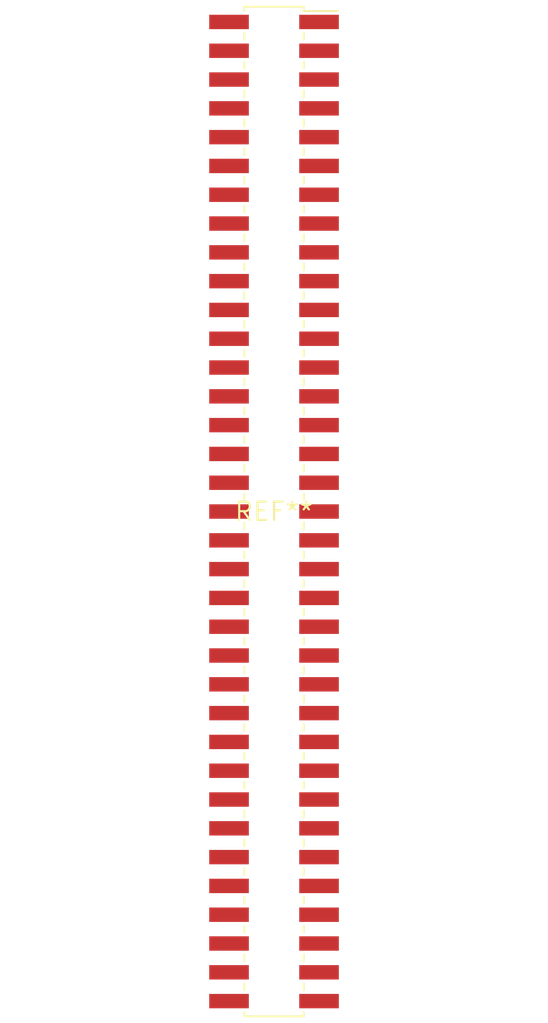
<source format=kicad_pcb>
(kicad_pcb (version 20240108) (generator pcbnew)
  (layers (0 "F.Cu" signal) (31 "B.Cu" signal) (34 "B.Paste" user) (35 "F.Paste" user) (36 "B.SilkS" user "B.Silkscreen") (37 "F.SilkS" user "F.Silkscreen") (38 "B.Mask" user) (39 "F.Mask" user) (44 "Edge.Cuts" user))
  (net 0 "")
  (footprint "PinSocket_2x35_P2.00mm_Vertical_SMD" (layer "F.Cu") (at 0 0)
    (property "Reference" "REF**")
    (property "Value" "PinSocket_2x35_P2.00mm_Vertical_SMD")
    (fp_line (start -2.06 -35.06) (end -2.06 -34.76) (layer "F.SilkS") (stroke (width 0.12)))
    (fp_line (start -2.06 -35.06) (end 2.06 -35.06) (layer "F.SilkS") (stroke (width 0.12)))
    (fp_line (start -2.06 -33.24) (end -2.06 -32.76) (layer "F.SilkS") (stroke (width 0.12)))
    (fp_line (start -2.06 -31.24) (end -2.06 -30.76) (layer "F.SilkS") (stroke (width 0.12)))
    (fp_line (start -2.06 -29.24) (end -2.06 -28.76) (layer "F.SilkS") (stroke (width 0.12)))
    (fp_line (start -2.06 -27.24) (end -2.06 -26.76) (layer "F.SilkS") (stroke (width 0.12)))
    (fp_line (start -2.06 -25.24) (end -2.06 -24.76) (layer "F.SilkS") (stroke (width 0.12)))
    (fp_line (start -2.06 -23.24) (end -2.06 -22.76) (layer "F.SilkS") (stroke (width 0.12)))
    (fp_line (start -2.06 -21.24) (end -2.06 -20.76) (layer "F.SilkS") (stroke (width 0.12)))
    (fp_line (start -2.06 -19.24) (end -2.06 -18.76) (layer "F.SilkS") (stroke (width 0.12)))
    (fp_line (start -2.06 -17.24) (end -2.06 -16.76) (layer "F.SilkS") (stroke (width 0.12)))
    (fp_line (start -2.06 -15.24) (end -2.06 -14.76) (layer "F.SilkS") (stroke (width 0.12)))
    (fp_line (start -2.06 -13.24) (end -2.06 -12.76) (layer "F.SilkS") (stroke (width 0.12)))
    (fp_line (start -2.06 -11.24) (end -2.06 -10.76) (layer "F.SilkS") (stroke (width 0.12)))
    (fp_line (start -2.06 -9.24) (end -2.06 -8.76) (layer "F.SilkS") (stroke (width 0.12)))
    (fp_line (start -2.06 -7.24) (end -2.06 -6.76) (layer "F.SilkS") (stroke (width 0.12)))
    (fp_line (start -2.06 -5.24) (end -2.06 -4.76) (layer "F.SilkS") (stroke (width 0.12)))
    (fp_line (start -2.06 -3.24) (end -2.06 -2.76) (layer "F.SilkS") (stroke (width 0.12)))
    (fp_line (start -2.06 -1.24) (end -2.06 -0.76) (layer "F.SilkS") (stroke (width 0.12)))
    (fp_line (start -2.06 0.76) (end -2.06 1.24) (layer "F.SilkS") (stroke (width 0.12)))
    (fp_line (start -2.06 2.76) (end -2.06 3.24) (layer "F.SilkS") (stroke (width 0.12)))
    (fp_line (start -2.06 4.76) (end -2.06 5.24) (layer "F.SilkS") (stroke (width 0.12)))
    (fp_line (start -2.06 6.76) (end -2.06 7.24) (layer "F.SilkS") (stroke (width 0.12)))
    (fp_line (start -2.06 8.76) (end -2.06 9.24) (layer "F.SilkS") (stroke (width 0.12)))
    (fp_line (start -2.06 10.76) (end -2.06 11.24) (layer "F.SilkS") (stroke (width 0.12)))
    (fp_line (start -2.06 12.76) (end -2.06 13.24) (layer "F.SilkS") (stroke (width 0.12)))
    (fp_line (start -2.06 14.76) (end -2.06 15.24) (layer "F.SilkS") (stroke (width 0.12)))
    (fp_line (start -2.06 16.76) (end -2.06 17.24) (layer "F.SilkS") (stroke (width 0.12)))
    (fp_line (start -2.06 18.76) (end -2.06 19.24) (layer "F.SilkS") (stroke (width 0.12)))
    (fp_line (start -2.06 20.76) (end -2.06 21.24) (layer "F.SilkS") (stroke (width 0.12)))
    (fp_line (start -2.06 22.76) (end -2.06 23.24) (layer "F.SilkS") (stroke (width 0.12)))
    (fp_line (start -2.06 24.76) (end -2.06 25.24) (layer "F.SilkS") (stroke (width 0.12)))
    (fp_line (start -2.06 26.76) (end -2.06 27.24) (layer "F.SilkS") (stroke (width 0.12)))
    (fp_line (start -2.06 28.76) (end -2.06 29.24) (layer "F.SilkS") (stroke (width 0.12)))
    (fp_line (start -2.06 30.76) (end -2.06 31.24) (layer "F.SilkS") (stroke (width 0.12)))
    (fp_line (start -2.06 32.76) (end -2.06 33.24) (layer "F.SilkS") (stroke (width 0.12)))
    (fp_line (start -2.06 34.76) (end -2.06 35.06) (layer "F.SilkS") (stroke (width 0.12)))
    (fp_line (start -2.06 35.06) (end 2.06 35.06) (layer "F.SilkS") (stroke (width 0.12)))
    (fp_line (start 2.06 -35.06) (end 2.06 -34.76) (layer "F.SilkS") (stroke (width 0.12)))
    (fp_line (start 2.06 -34.76) (end 4.44 -34.76) (layer "F.SilkS") (stroke (width 0.12)))
    (fp_line (start 2.06 -33.24) (end 2.06 -32.76) (layer "F.SilkS") (stroke (width 0.12)))
    (fp_line (start 2.06 -31.24) (end 2.06 -30.76) (layer "F.SilkS") (stroke (width 0.12)))
    (fp_line (start 2.06 -29.24) (end 2.06 -28.76) (layer "F.SilkS") (stroke (width 0.12)))
    (fp_line (start 2.06 -27.24) (end 2.06 -26.76) (layer "F.SilkS") (stroke (width 0.12)))
    (fp_line (start 2.06 -25.24) (end 2.06 -24.76) (layer "F.SilkS") (stroke (width 0.12)))
    (fp_line (start 2.06 -23.24) (end 2.06 -22.76) (layer "F.SilkS") (stroke (width 0.12)))
    (fp_line (start 2.06 -21.24) (end 2.06 -20.76) (layer "F.SilkS") (stroke (width 0.12)))
    (fp_line (start 2.06 -19.24) (end 2.06 -18.76) (layer "F.SilkS") (stroke (width 0.12)))
    (fp_line (start 2.06 -17.24) (end 2.06 -16.76) (layer "F.SilkS") (stroke (width 0.12)))
    (fp_line (start 2.06 -15.24) (end 2.06 -14.76) (layer "F.SilkS") (stroke (width 0.12)))
    (fp_line (start 2.06 -13.24) (end 2.06 -12.76) (layer "F.SilkS") (stroke (width 0.12)))
    (fp_line (start 2.06 -11.24) (end 2.06 -10.76) (layer "F.SilkS") (stroke (width 0.12)))
    (fp_line (start 2.06 -9.24) (end 2.06 -8.76) (layer "F.SilkS") (stroke (width 0.12)))
    (fp_line (start 2.06 -7.24) (end 2.06 -6.76) (layer "F.SilkS") (stroke (width 0.12)))
    (fp_line (start 2.06 -5.24) (end 2.06 -4.76) (layer "F.SilkS") (stroke (width 0.12)))
    (fp_line (start 2.06 -3.24) (end 2.06 -2.76) (layer "F.SilkS") (stroke (width 0.12)))
    (fp_line (start 2.06 -1.24) (end 2.06 -0.76) (layer "F.SilkS") (stroke (width 0.12)))
    (fp_line (start 2.06 0.76) (end 2.06 1.24) (layer "F.SilkS") (stroke (width 0.12)))
    (fp_line (start 2.06 2.76) (end 2.06 3.24) (layer "F.SilkS") (stroke (width 0.12)))
    (fp_line (start 2.06 4.76) (end 2.06 5.24) (layer "F.SilkS") (stroke (width 0.12)))
    (fp_line (start 2.06 6.76) (end 2.06 7.24) (layer "F.SilkS") (stroke (width 0.12)))
    (fp_line (start 2.06 8.76) (end 2.06 9.24) (layer "F.SilkS") (stroke (width 0.12)))
    (fp_line (start 2.06 10.76) (end 2.06 11.24) (layer "F.SilkS") (stroke (width 0.12)))
    (fp_line (start 2.06 12.76) (end 2.06 13.24) (layer "F.SilkS") (stroke (width 0.12)))
    (fp_line (start 2.06 14.76) (end 2.06 15.24) (layer "F.SilkS") (stroke (width 0.12)))
    (fp_line (start 2.06 16.76) (end 2.06 17.24) (layer "F.SilkS") (stroke (width 0.12)))
    (fp_line (start 2.06 18.76) (end 2.06 19.24) (layer "F.SilkS") (stroke (width 0.12)))
    (fp_line (start 2.06 20.76) (end 2.06 21.24) (layer "F.SilkS") (stroke (width 0.12)))
    (fp_line (start 2.06 22.76) (end 2.06 23.24) (layer "F.SilkS") (stroke (width 0.12)))
    (fp_line (start 2.06 24.76) (end 2.06 25.24) (layer "F.SilkS") (stroke (width 0.12)))
    (fp_line (start 2.06 26.76) (end 2.06 27.24) (layer "F.SilkS") (stroke (width 0.12)))
    (fp_line (start 2.06 28.76) (end 2.06 29.24) (layer "F.SilkS") (stroke (width 0.12)))
    (fp_line (start 2.06 30.76) (end 2.06 31.24) (layer "F.SilkS") (stroke (width 0.12)))
    (fp_line (start 2.06 32.76) (end 2.06 33.24) (layer "F.SilkS") (stroke (width 0.12)))
    (fp_line (start 2.06 34.76) (end 2.06 35.06) (layer "F.SilkS") (stroke (width 0.12)))
    (pad "1" smd rect (at 3.125 -34) (size 2.75 1) (layers "F.Cu" "F.Paste" "F.Mask"))
    (pad "2" smd rect (at -3.125 -34) (size 2.75 1) (layers "F.Cu" "F.Paste" "F.Mask"))
    (pad "3" smd rect (at 3.125 -32) (size 2.75 1) (layers "F.Cu" "F.Paste" "F.Mask"))
    (pad "4" smd rect (at -3.125 -32) (size 2.75 1) (layers "F.Cu" "F.Paste" "F.Mask"))
    (pad "5" smd rect (at 3.125 -30) (size 2.75 1) (layers "F.Cu" "F.Paste" "F.Mask"))
    (pad "6" smd rect (at -3.125 -30) (size 2.75 1) (layers "F.Cu" "F.Paste" "F.Mask"))
    (pad "7" smd rect (at 3.125 -28) (size 2.75 1) (layers "F.Cu" "F.Paste" "F.Mask"))
    (pad "8" smd rect (at -3.125 -28) (size 2.75 1) (layers "F.Cu" "F.Paste" "F.Mask"))
    (pad "9" smd rect (at 3.125 -26) (size 2.75 1) (layers "F.Cu" "F.Paste" "F.Mask"))
    (pad "10" smd rect (at -3.125 -26) (size 2.75 1) (layers "F.Cu" "F.Paste" "F.Mask"))
    (pad "11" smd rect (at 3.125 -24) (size 2.75 1) (layers "F.Cu" "F.Paste" "F.Mask"))
    (pad "12" smd rect (at -3.125 -24) (size 2.75 1) (layers "F.Cu" "F.Paste" "F.Mask"))
    (pad "13" smd rect (at 3.125 -22) (size 2.75 1) (layers "F.Cu" "F.Paste" "F.Mask"))
    (pad "14" smd rect (at -3.125 -22) (size 2.75 1) (layers "F.Cu" "F.Paste" "F.Mask"))
    (pad "15" smd rect (at 3.125 -20) (size 2.75 1) (layers "F.Cu" "F.Paste" "F.Mask"))
    (pad "16" smd rect (at -3.125 -20) (size 2.75 1) (layers "F.Cu" "F.Paste" "F.Mask"))
    (pad "17" smd rect (at 3.125 -18) (size 2.75 1) (layers "F.Cu" "F.Paste" "F.Mask"))
    (pad "18" smd rect (at -3.125 -18) (size 2.75 1) (layers "F.Cu" "F.Paste" "F.Mask"))
    (pad "19" smd rect (at 3.125 -16) (size 2.75 1) (layers "F.Cu" "F.Paste" "F.Mask"))
    (pad "20" smd rect (at -3.125 -16) (size 2.75 1) (layers "F.Cu" "F.Paste" "F.Mask"))
    (pad "21" smd rect (at 3.125 -14) (size 2.75 1) (layers "F.Cu" "F.Paste" "F.Mask"))
    (pad "22" smd rect (at -3.125 -14) (size 2.75 1) (layers "F.Cu" "F.Paste" "F.Mask"))
    (pad "23" smd rect (at 3.125 -12) (size 2.75 1) (layers "F.Cu" "F.Paste" "F.Mask"))
    (pad "24" smd rect (at -3.125 -12) (size 2.75 1) (layers "F.Cu" "F.Paste" "F.Mask"))
    (pad "25" smd rect (at 3.125 -10) (size 2.75 1) (layers "F.Cu" "F.Paste" "F.Mask"))
    (pad "26" smd rect (at -3.125 -10) (size 2.75 1) (layers "F.Cu" "F.Paste" "F.Mask"))
    (pad "27" smd rect (at 3.125 -8) (size 2.75 1) (layers "F.Cu" "F.Paste" "F.Mask"))
    (pad "28" smd rect (at -3.125 -8) (size 2.75 1) (layers "F.Cu" "F.Paste" "F.Mask"))
    (pad "29" smd rect (at 3.125 -6) (size 2.75 1) (layers "F.Cu" "F.Paste" "F.Mask"))
    (pad "30" smd rect (at -3.125 -6) (size 2.75 1) (layers "F.Cu" "F.Paste" "F.Mask"))
    (pad "31" smd rect (at 3.125 -4) (size 2.75 1) (layers "F.Cu" "F.Paste" "F.Mask"))
    (pad "32" smd rect (at -3.125 -4) (size 2.75 1) (layers "F.Cu" "F.Paste" "F.Mask"))
    (pad "33" smd rect (at 3.125 -2) (size 2.75 1) (layers "F.Cu" "F.Paste" "F.Mask"))
    (pad "34" smd rect (at -3.125 -2) (size 2.75 1) (layers "F.Cu" "F.Paste" "F.Mask"))
    (pad "35" smd rect (at 3.125 0) (size 2.75 1) (layers "F.Cu" "F.Paste" "F.Mask"))
    (pad "36" smd rect (at -3.125 0) (size 2.75 1) (layers "F.Cu" "F.Paste" "F.Mask"))
    (pad "37" smd rect (at 3.125 2) (size 2.75 1) (layers "F.Cu" "F.Paste" "F.Mask"))
    (pad "38" smd rect (at -3.125 2) (size 2.75 1) (layers "F.Cu" "F.Paste" "F.Mask"))
    (pad "39" smd rect (at 3.125 4) (size 2.75 1) (layers "F.Cu" "F.Paste" "F.Mask"))
    (pad "40" smd rect (at -3.125 4) (size 2.75 1) (layers "F.Cu" "F.Paste" "F.Mask"))
    (pad "41" smd rect (at 3.125 6) (size 2.75 1) (layers "F.Cu" "F.Paste" "F.Mask"))
    (pad "42" smd rect (at -3.125 6) (size 2.75 1) (layers "F.Cu" "F.Paste" "F.Mask"))
    (pad "43" smd rect (at 3.125 8) (size 2.75 1) (layers "F.Cu" "F.Paste" "F.Mask"))
    (pad "44" smd rect (at -3.125 8) (size 2.75 1) (layers "F.Cu" "F.Paste" "F.Mask"))
    (pad "45" smd rect (at 3.125 10) (size 2.75 1) (layers "F.Cu" "F.Paste" "F.Mask"))
    (pad "46" smd rect (at -3.125 10) (size 2.75 1) (layers "F.Cu" "F.Paste" "F.Mask"))
    (pad "47" smd rect (at 3.125 12) (size 2.75 1) (layers "F.Cu" "F.Paste" "F.Mask"))
    (pad "48" smd rect (at -3.125 12) (size 2.75 1) (layers "F.Cu" "F.Paste" "F.Mask"))
    (pad "49" smd rect (at 3.125 14) (size 2.75 1) (layers "F.Cu" "F.Paste" "F.Mask"))
    (pad "50" smd rect (at -3.125 14) (size 2.75 1) (layers "F.Cu" "F.Paste" "F.Mask"))
    (pad "51" smd rect (at 3.125 16) (size 2.75 1) (layers "F.Cu" "F.Paste" "F.Mask"))
    (pad "52" smd rect (at -3.125 16) (size 2.75 1) (layers "F.Cu" "F.Paste" "F.Mask"))
    (pad "53" smd rect (at 3.125 18) (size 2.75 1) (layers "F.Cu" "F.Paste" "F.Mask"))
    (pad "54" smd rect (at -3.125 18) (size 2.75 1) (layers "F.Cu" "F.Paste" "F.Mask"))
    (pad "55" smd rect (at 3.125 20) (size 2.75 1) (layers "F.Cu" "F.Paste" "F.Mask"))
    (pad "56" smd rect (at -3.125 20) (size 2.75 1) (layers "F.Cu" "F.Paste" "F.Mask"))
    (pad "57" smd rect (at 3.125 22) (size 2.75 1) (layers "F.Cu" "F.Paste" "F.Mask"))
    (pad "58" smd rect (at -3.125 22) (size 2.75 1) (layers "F.Cu" "F.Paste" "F.Mask"))
    (pad "59" smd rect (at 3.125 24) (size 2.75 1) (layers "F.Cu" "F.Paste" "F.Mask"))
    (pad "60" smd rect (at -3.125 24) (size 2.75 1) (layers "F.Cu" "F.Paste" "F.Mask"))
    (pad "61" smd rect (at 3.125 26) (size 2.75 1) (layers "F.Cu" "F.Paste" "F.Mask"))
    (pad "62" smd rect (at -3.125 26) (size 2.75 1) (layers "F.Cu" "F.Paste" "F.Mask"))
    (pad "63" smd rect (at 3.125 28) (size 2.75 1) (layers "F.Cu" "F.Paste" "F.Mask"))
    (pad "64" smd rect (at -3.125 28) (size 2.75 1) (layers "F.Cu" "F.Paste" "F.Mask"))
    (pad "65" smd rect (at 3.125 30) (size 2.75 1) (layers "F.Cu" "F.Paste" "F.Mask"))
    (pad "66" smd rect (at -3.125 30) (size 2.75 1) (layers "F.Cu" "F.Paste" "F.Mask"))
    (pad "67" smd rect (at 3.125 32) (size 2.75 1) (layers "F.Cu" "F.Paste" "F.Mask"))
    (pad "68" smd rect (at -3.125 32) (size 2.75 1) (layers "F.Cu" "F.Paste" "F.Mask"))
    (pad "69" smd rect (at 3.125 34) (size 2.75 1) (layers "F.Cu" "F.Paste" "F.Mask"))
    (pad "70" smd rect (at -3.125 34) (size 2.75 1) (layers "F.Cu" "F.Paste" "F.Mask"))
  )
)
</source>
